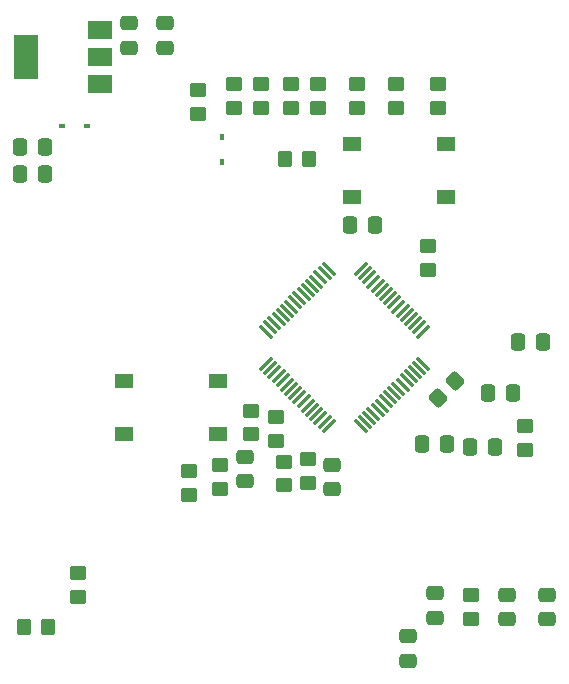
<source format=gtp>
%TF.GenerationSoftware,KiCad,Pcbnew,(6.0.4)*%
%TF.CreationDate,2022-04-19T13:44:17-07:00*%
%TF.ProjectId,stm32f091_project_condensed_v02_afterchange,73746d33-3266-4303-9931-5f70726f6a65,v01*%
%TF.SameCoordinates,Original*%
%TF.FileFunction,Paste,Top*%
%TF.FilePolarity,Positive*%
%FSLAX46Y46*%
G04 Gerber Fmt 4.6, Leading zero omitted, Abs format (unit mm)*
G04 Created by KiCad (PCBNEW (6.0.4)) date 2022-04-19 13:44:17*
%MOMM*%
%LPD*%
G01*
G04 APERTURE LIST*
G04 Aperture macros list*
%AMRoundRect*
0 Rectangle with rounded corners*
0 $1 Rounding radius*
0 $2 $3 $4 $5 $6 $7 $8 $9 X,Y pos of 4 corners*
0 Add a 4 corners polygon primitive as box body*
4,1,4,$2,$3,$4,$5,$6,$7,$8,$9,$2,$3,0*
0 Add four circle primitives for the rounded corners*
1,1,$1+$1,$2,$3*
1,1,$1+$1,$4,$5*
1,1,$1+$1,$6,$7*
1,1,$1+$1,$8,$9*
0 Add four rect primitives between the rounded corners*
20,1,$1+$1,$2,$3,$4,$5,0*
20,1,$1+$1,$4,$5,$6,$7,0*
20,1,$1+$1,$6,$7,$8,$9,0*
20,1,$1+$1,$8,$9,$2,$3,0*%
G04 Aperture macros list end*
%ADD10RoundRect,0.250000X-0.337500X-0.475000X0.337500X-0.475000X0.337500X0.475000X-0.337500X0.475000X0*%
%ADD11RoundRect,0.250000X0.450000X-0.350000X0.450000X0.350000X-0.450000X0.350000X-0.450000X-0.350000X0*%
%ADD12RoundRect,0.250000X0.475000X-0.337500X0.475000X0.337500X-0.475000X0.337500X-0.475000X-0.337500X0*%
%ADD13RoundRect,0.250000X0.337500X0.475000X-0.337500X0.475000X-0.337500X-0.475000X0.337500X-0.475000X0*%
%ADD14R,0.450000X0.600000*%
%ADD15RoundRect,0.250000X-0.475000X0.337500X-0.475000X-0.337500X0.475000X-0.337500X0.475000X0.337500X0*%
%ADD16R,1.550000X1.300000*%
%ADD17RoundRect,0.250000X-0.450000X0.350000X-0.450000X-0.350000X0.450000X-0.350000X0.450000X0.350000X0*%
%ADD18RoundRect,0.075000X0.441942X0.548008X-0.548008X-0.441942X-0.441942X-0.548008X0.548008X0.441942X0*%
%ADD19RoundRect,0.075000X-0.441942X0.548008X-0.548008X0.441942X0.441942X-0.548008X0.548008X-0.441942X0*%
%ADD20R,2.000000X1.500000*%
%ADD21R,2.000000X3.800000*%
%ADD22RoundRect,0.250000X0.350000X0.450000X-0.350000X0.450000X-0.350000X-0.450000X0.350000X-0.450000X0*%
%ADD23R,0.600000X0.450000*%
%ADD24RoundRect,0.250000X0.070711X-0.565685X0.565685X-0.070711X-0.070711X0.565685X-0.565685X0.070711X0*%
G04 APERTURE END LIST*
D10*
%TO.C,C20*%
X134616120Y-116256760D03*
X136691120Y-116256760D03*
%TD*%
D11*
%TO.C,R18*%
X120921620Y-96428760D03*
X120921620Y-94428760D03*
%TD*%
D12*
%TO.C,C15*%
X133657620Y-139752260D03*
X133657620Y-137677260D03*
%TD*%
D13*
%TO.C,C4*%
X94527120Y-99746760D03*
X92452120Y-99746760D03*
%TD*%
D14*
%TO.C,D5*%
X109491620Y-101050760D03*
X109491620Y-98950760D03*
%TD*%
D10*
%TO.C,C16*%
X126488120Y-124892760D03*
X128563120Y-124892760D03*
%TD*%
D15*
%TO.C,C12*%
X118837620Y-126687260D03*
X118837620Y-128762260D03*
%TD*%
D16*
%TO.C,SW1*%
X101193620Y-124094760D03*
X109153620Y-124094760D03*
X109153620Y-119594760D03*
X101193620Y-119594760D03*
%TD*%
D11*
%TO.C,R3*%
X109307620Y-128724760D03*
X109307620Y-126724760D03*
%TD*%
D17*
%TO.C,R4*%
X106697620Y-127194760D03*
X106697620Y-129194760D03*
%TD*%
D11*
%TO.C,R8*%
X116827620Y-128184760D03*
X116827620Y-126184760D03*
%TD*%
D16*
%TO.C,SW2*%
X128457620Y-104028760D03*
X120497620Y-104028760D03*
X128457620Y-99528760D03*
X120497620Y-99528760D03*
%TD*%
D17*
%TO.C,R9*%
X130587620Y-137704760D03*
X130587620Y-139704760D03*
%TD*%
%TO.C,R5*%
X114757620Y-126424760D03*
X114757620Y-128424760D03*
%TD*%
%TO.C,R11*%
X107459620Y-96936760D03*
X107459620Y-94936760D03*
%TD*%
D10*
%TO.C,C19*%
X132076120Y-120574760D03*
X134151120Y-120574760D03*
%TD*%
D12*
%TO.C,C11*%
X125277620Y-143272260D03*
X125277620Y-141197260D03*
%TD*%
D18*
%TO.C,U3*%
X126570101Y-115403579D03*
X126216548Y-115050026D03*
X125862995Y-114696473D03*
X125509441Y-114342919D03*
X125155888Y-113989366D03*
X124802334Y-113635812D03*
X124448781Y-113282259D03*
X124095228Y-112928706D03*
X123741674Y-112575152D03*
X123388121Y-112221599D03*
X123034568Y-111868046D03*
X122681014Y-111514492D03*
X122327461Y-111160939D03*
X121973907Y-110807385D03*
X121620354Y-110453832D03*
X121266801Y-110100279D03*
D19*
X118544439Y-110100279D03*
X118190886Y-110453832D03*
X117837333Y-110807385D03*
X117483779Y-111160939D03*
X117130226Y-111514492D03*
X116776672Y-111868046D03*
X116423119Y-112221599D03*
X116069566Y-112575152D03*
X115716012Y-112928706D03*
X115362459Y-113282259D03*
X115008906Y-113635812D03*
X114655352Y-113989366D03*
X114301799Y-114342919D03*
X113948245Y-114696473D03*
X113594692Y-115050026D03*
X113241139Y-115403579D03*
D18*
X113241139Y-118125941D03*
X113594692Y-118479494D03*
X113948245Y-118833047D03*
X114301799Y-119186601D03*
X114655352Y-119540154D03*
X115008906Y-119893708D03*
X115362459Y-120247261D03*
X115716012Y-120600814D03*
X116069566Y-120954368D03*
X116423119Y-121307921D03*
X116776672Y-121661474D03*
X117130226Y-122015028D03*
X117483779Y-122368581D03*
X117837333Y-122722135D03*
X118190886Y-123075688D03*
X118544439Y-123429241D03*
D19*
X121266801Y-123429241D03*
X121620354Y-123075688D03*
X121973907Y-122722135D03*
X122327461Y-122368581D03*
X122681014Y-122015028D03*
X123034568Y-121661474D03*
X123388121Y-121307921D03*
X123741674Y-120954368D03*
X124095228Y-120600814D03*
X124448781Y-120247261D03*
X124802334Y-119893708D03*
X125155888Y-119540154D03*
X125509441Y-119186601D03*
X125862995Y-118833047D03*
X126216548Y-118479494D03*
X126570101Y-118125941D03*
%TD*%
D11*
%TO.C,R6*%
X111997620Y-124104760D03*
X111997620Y-122104760D03*
%TD*%
%TO.C,R19*%
X124223620Y-96428760D03*
X124223620Y-94428760D03*
%TD*%
D10*
%TO.C,C23*%
X120392120Y-106350760D03*
X122467120Y-106350760D03*
%TD*%
D13*
%TO.C,C2*%
X94527120Y-102032760D03*
X92452120Y-102032760D03*
%TD*%
D11*
%TO.C,R20*%
X127779620Y-96428760D03*
X127779620Y-94428760D03*
%TD*%
D20*
%TO.C,U1*%
X99179620Y-94426760D03*
D21*
X92879620Y-92126760D03*
D20*
X99179620Y-92126760D03*
X99179620Y-89826760D03*
%TD*%
D12*
%TO.C,C14*%
X137037620Y-139742260D03*
X137037620Y-137667260D03*
%TD*%
D22*
%TO.C,R1*%
X94743620Y-140386760D03*
X92743620Y-140386760D03*
%TD*%
D15*
%TO.C,C13*%
X127567620Y-137567260D03*
X127567620Y-139642260D03*
%TD*%
D17*
%TO.C,R21*%
X126987620Y-108174760D03*
X126987620Y-110174760D03*
%TD*%
D15*
%TO.C,C8*%
X101617620Y-89311260D03*
X101617620Y-91386260D03*
%TD*%
D23*
%TO.C,D2*%
X98095620Y-97968760D03*
X95995620Y-97968760D03*
%TD*%
D11*
%TO.C,R15*%
X112793620Y-96428760D03*
X112793620Y-94428760D03*
%TD*%
%TO.C,R16*%
X115333620Y-96428760D03*
X115333620Y-94428760D03*
%TD*%
D17*
%TO.C,R7*%
X114063620Y-122622760D03*
X114063620Y-124622760D03*
%TD*%
D10*
%TO.C,C17*%
X130552120Y-125146760D03*
X132627120Y-125146760D03*
%TD*%
D17*
%TO.C,R10*%
X135145620Y-123384760D03*
X135145620Y-125384760D03*
%TD*%
D11*
%TO.C,R17*%
X117619620Y-96428760D03*
X117619620Y-94428760D03*
%TD*%
D22*
%TO.C,R13*%
X116837620Y-100804760D03*
X114837620Y-100804760D03*
%TD*%
D11*
%TO.C,R14*%
X110507620Y-96428760D03*
X110507620Y-94428760D03*
%TD*%
D15*
%TO.C,C7*%
X111467620Y-125977260D03*
X111467620Y-128052260D03*
%TD*%
D11*
%TO.C,R2*%
X97299620Y-137830760D03*
X97299620Y-135830760D03*
%TD*%
D15*
%TO.C,C10*%
X104665620Y-89311260D03*
X104665620Y-91386260D03*
%TD*%
D24*
%TO.C,R12*%
X127834513Y-121027867D03*
X129248727Y-119613653D03*
%TD*%
M02*

</source>
